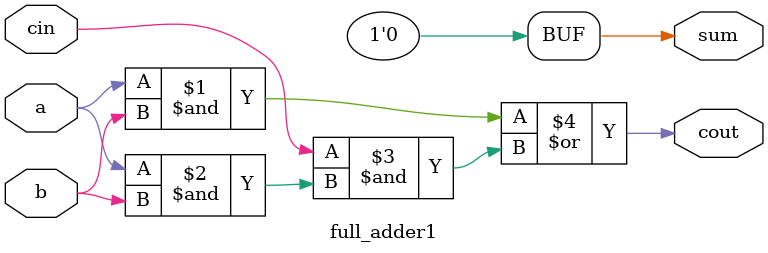
<source format=v>
module full_adder1(a,b,cin,sum,cout);
input a,b,cin;
output sum,cout;
assign sum = 1'b0;
assign cout = a&b|cin&(a&b); 
// initial begin
//     $display("The incorrect adder with xor1 having out/0");
// end   
endmodule
</source>
